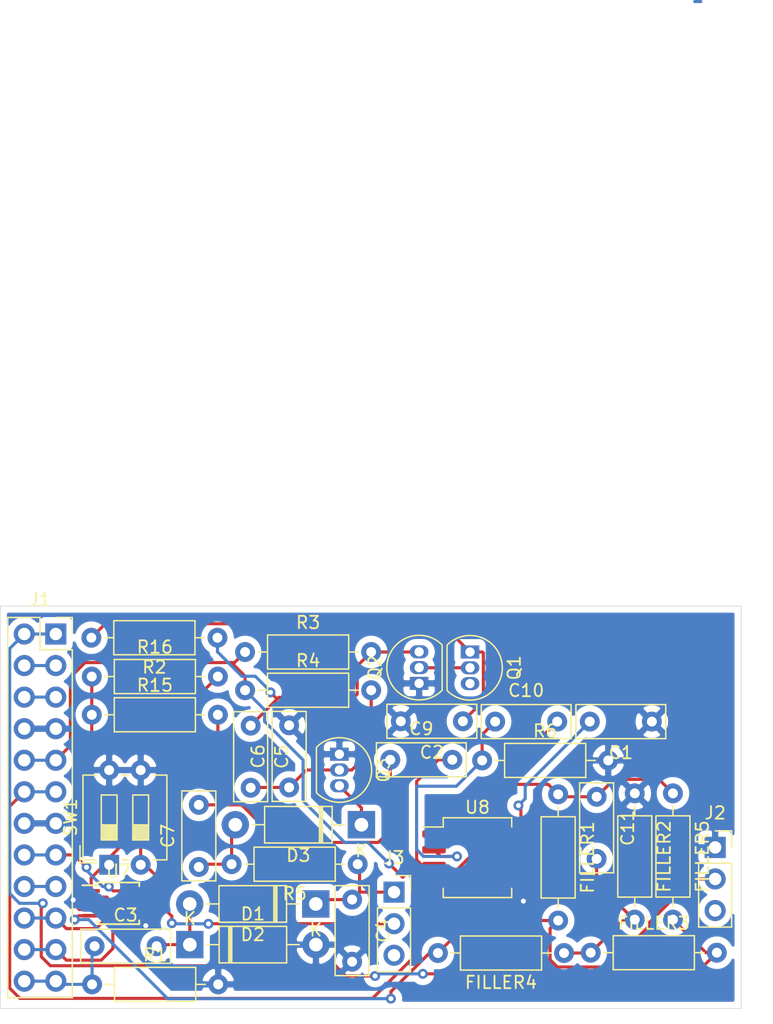
<source format=kicad_pcb>
(kicad_pcb (version 20211014) (generator pcbnew)
  (layers (0 "F.Cu" signal) (31 "B.Cu" signal) (34 "B.Paste" user) (35 "F.Paste" user) (36 "B.SilkS" user "B.Silkscreen") (37 "F.SilkS" user "F.Silkscreen") (38 "B.Mask" user) (39 "F.Mask" user) (44 "Edge.Cuts" user))
  (net 0 "")
  (net 1 "+12V")
  (net 2 "GND")
  (net 3 "Net-(C2-Pad1)")
  (net 4 "Net-(C3-Pad2)")
  (net 5 "TRIG")
  (net 6 "Net-(C4-Pad1)")
  (net 7 "Net-(C5-Pad2)")
  (net 8 "Net-(C5-Pad1)")
  (net 9 "DRUM_OUT")
  (net 10 "Net-(C7-Pad1)")
  (net 11 "Net-(C9-Pad2)")
  (net 12 "Net-(C10-Pad2)")
  (net 13 "Net-(C10-Pad1)")
  (net 14 "Net-(C11-Pad2)")
  (net 15 "Net-(D3-Pad1)")
  (net 16 "A_OUT_L")
  (net 17 "SCL")
  (net 18 "SDA")
  (net 19 "DET")
  (net 20 "5V")
  (net 21 "-12V")
  (net 22 "A_IN")
  (net 23 "A_OUT_R")
  (net 24 "DELAY_DIGI")
  (net 25 "Net-(Q1-Pad2)")
  (net 26 "A0")
  (net 27 "A1")
  (net 28 "Net-(U8-Pad6)")
  (net 29 "BUFFER_POT")
  (footprint "Capacitor_THT:C_Disc_D7.0mm_W2.5mm_P5.00mm" (layer "F.Cu") (at 168.7 72.8 180)
    (fp_text reference "C1" (at 2.5 -2.5) (layer "F.SilkS"))
    (fp_text value "1m")
    (pad "1" thru_hole circle locked (at 0 0 180) (size 1.6 1.6) (drill 0.8) (layers *.Cu *.Mask) (net 2 "GND"))
    (pad "2" thru_hole circle locked (at 5 0 180) (size 1.6 1.6) (drill 0.8) (layers *.Cu *.Mask) (net 1 "+12V"))
  )
  (footprint "Capacitor_THT:C_Disc_D7.0mm_W2.5mm_P5.00mm" (layer "F.Cu") (at 153.475 72.775 180)
    (fp_text reference "C2" (at 2.5 -2.5) (layer "F.SilkS"))
    (fp_text value "100n")
    (pad "1" thru_hole circle locked (at 0 0 180) (size 1.6 1.6) (drill 0.8) (layers *.Cu *.Mask) (net 3 "Net-(C2-Pad1)"))
    (pad "2" thru_hole circle locked (at 5 0 180) (size 1.6 1.6) (drill 0.8) (layers *.Cu *.Mask) (net 2 "GND"))
  )
  (footprint "Capacitor_THT:C_Disc_D7.0mm_W2.5mm_P5.00mm" (layer "F.Cu") (at 123.8 90.875)
    (fp_text reference "C3" (at 2.5 -2.5) (layer "F.SilkS"))
    (fp_text value "10u")
    (pad "1" thru_hole circle locked (at 0 0) (size 1.6 1.6) (drill 0.8) (layers *.Cu *.Mask) (net 5 "TRIG"))
    (pad "2" thru_hole circle locked (at 5 0) (size 1.6 1.6) (drill 0.8) (layers *.Cu *.Mask) (net 4 "Net-(C3-Pad2)"))
  )
  (footprint "Capacitor_THT:C_Disc_D7.0mm_W2.5mm_P5.00mm" (layer "F.Cu") (at 144.55 87.125 -90)
    (fp_text reference "C4" (at 2.5 -2.5 90) (layer "F.SilkS"))
    (fp_text value "10u")
    (pad "1" thru_hole circle locked (at 0 0 270) (size 1.6 1.6) (drill 0.8) (layers *.Cu *.Mask) (net 6 "Net-(C4-Pad1)"))
    (pad "2" thru_hole circle locked (at 5 0 270) (size 1.6 1.6) (drill 0.8) (layers *.Cu *.Mask) (net 2 "GND"))
  )
  (footprint "Capacitor_THT:C_Disc_D7.0mm_W2.5mm_P5.00mm" (layer "F.Cu") (at 139.475 78.1 90)
    (fp_text reference "C6" (at 2.5 -2.5 90) (layer "F.SilkS"))
    (fp_text value "100n")
    (pad "1" thru_hole circle locked (at 0 0 90) (size 1.6 1.6) (drill 0.8) (layers *.Cu *.Mask) (net 7 "Net-(C5-Pad2)"))
    (pad "2" thru_hole circle locked (at 5 0 90) (size 1.6 1.6) (drill 0.8) (layers *.Cu *.Mask) (net 2 "GND"))
  )
  (footprint "Capacitor_THT:C_Disc_D7.0mm_W2.5mm_P5.00mm" (layer "F.Cu") (at 132.2 84.5 90)
    (fp_text reference "C7" (at 2.5 -2.5 90) (layer "F.SilkS"))
    (fp_text value "5n")
    (pad "1" thru_hole circle locked (at 0 0 90) (size 1.6 1.6) (drill 0.8) (layers *.Cu *.Mask) (net 10 "Net-(C7-Pad1)"))
    (pad "2" thru_hole circle locked (at 5 0 90) (size 1.6 1.6) (drill 0.8) (layers *.Cu *.Mask) (net 9 "DRUM_OUT"))
  )
  (footprint "Capacitor_THT:C_Disc_D7.0mm_W2.5mm_P5.00mm" (layer "F.Cu") (at 147.625 75.875)
    (fp_text reference "C9" (at 2.5 -2.5) (layer "F.SilkS"))
    (fp_text value "100n")
    (pad "1" thru_hole circle locked (at 0 0) (size 1.6 1.6) (drill 0.8) (layers *.Cu *.Mask) (net 9 "DRUM_OUT"))
    (pad "2" thru_hole circle locked (at 5 0) (size 1.6 1.6) (drill 0.8) (layers *.Cu *.Mask) (net 11 "Net-(C9-Pad2)"))
  )
  (footprint "Capacitor_THT:C_Disc_D7.0mm_W2.5mm_P5.00mm" (layer "F.Cu") (at 156.075 72.8)
    (fp_text reference "C10" (at 2.5 -2.5) (layer "F.SilkS"))
    (fp_text value "100n")
    (pad "1" thru_hole circle locked (at 0 0) (size 1.6 1.6) (drill 0.8) (layers *.Cu *.Mask) (net 13 "Net-(C10-Pad1)"))
    (pad "2" thru_hole circle locked (at 5 0) (size 1.6 1.6) (drill 0.8) (layers *.Cu *.Mask) (net 12 "Net-(C10-Pad2)"))
  )
  (footprint "Capacitor_THT:C_Disc_D7.0mm_W2.5mm_P5.00mm" (layer "F.Cu") (at 164.25 78.85 -90)
    (fp_text reference "C11" (at 2.5 -2.5 90) (layer "F.SilkS"))
    (fp_text value "1u")
    (pad "1" thru_hole circle locked (at 0 0 270) (size 1.6 1.6) (drill 0.8) (layers *.Cu *.Mask) (net 12 "Net-(C10-Pad2)"))
    (pad "2" thru_hole circle locked (at 5 0 270) (size 1.6 1.6) (drill 0.8) (layers *.Cu *.Mask) (net 14 "Net-(C11-Pad2)"))
  )
  (footprint "Diode_THT:D_DO-41_SOD81_P10.16mm_Horizontal" (layer "F.Cu") (at 131.475 90.75)
    (fp_text reference "D1" (at 5.08 -2.47) (layer "F.SilkS"))
    (fp_text value "1N4001")
    (fp_text user "K" (at 0 -2.1) (layer "F.SilkS"))
    (pad "1" thru_hole rect locked (at 0 0) (size 2.2 2.2) (drill 1.1) (layers *.Cu *.Mask) (net 4 "Net-(C3-Pad2)"))
    (pad "2" thru_hole oval locked (at 10.16 0) (size 2.2 2.2) (drill 1.1) (layers *.Cu *.Mask) (net 2 "GND"))
  )
  (footprint "Diode_THT:D_DO-41_SOD81_P10.16mm_Horizontal" (layer "F.Cu") (at 141.625 87.475 180)
    (fp_text reference "D2" (at 5.08 -2.47) (layer "F.SilkS"))
    (fp_text value "1N4001")
    (fp_text user "K" (at 0 -2.1) (layer "F.SilkS"))
    (pad "1" thru_hole rect locked (at 0 0 180) (size 2.2 2.2) (drill 1.1) (layers *.Cu *.Mask) (net 6 "Net-(C4-Pad1)"))
    (pad "2" thru_hole oval locked (at 10.16 0 180) (size 2.2 2.2) (drill 1.1) (layers *.Cu *.Mask) (net 4 "Net-(C3-Pad2)"))
  )
  (footprint "Diode_THT:D_DO-41_SOD81_P10.16mm_Horizontal" (layer "F.Cu") (at 145.3 81.1 180)
    (fp_text reference "D3" (at 5.08 -2.47) (layer "F.SilkS"))
    (fp_text value "1N4001")
    (fp_text user "K" (at 0 -2.1) (layer "F.SilkS"))
    (pad "1" thru_hole rect locked (at 0 0 180) (size 2.2 2.2) (drill 1.1) (layers *.Cu *.Mask) (net 15 "Net-(D3-Pad1)"))
    (pad "2" thru_hole oval locked (at 10.16 0 180) (size 2.2 2.2) (drill 1.1) (layers *.Cu *.Mask) (net 10 "Net-(C7-Pad1)"))
  )
  (footprint "Resistor_THT:R_Axial_DIN0207_L6.3mm_D2.5mm_P10.16mm_Horizontal" (layer "F.Cu") (at 161.15 78.65 -90)
    (fp_text reference "FILLER1" (at 5.08 -2.37 90) (layer "F.SilkS"))
    (fp_text value "1k")
    (pad "1" thru_hole circle locked (at 0 0 270) (size 1.6 1.6) (drill 0.8) (layers *.Cu *.Mask) (net 12 "Net-(C10-Pad2)"))
    (pad "2" thru_hole oval locked (at 10.16 0 270) (size 1.6 1.6) (drill 0.8) (layers *.Cu *.Mask) (net 29 "BUFFER_POT"))
  )
  (footprint "Resistor_THT:R_Axial_DIN0207_L6.3mm_D2.5mm_P10.16mm_Horizontal" (layer "F.Cu") (at 167.325 78.575 -90)
    (fp_text reference "FILLER2" (at 5.08 -2.37 90) (layer "F.SilkS"))
    (fp_text value "1k")
    (pad "1" thru_hole circle locked (at 0 0 270) (size 1.6 1.6) (drill 0.8) (layers *.Cu *.Mask) (net 2 "GND"))
    (pad "2" thru_hole oval locked (at 10.16 0 270) (size 1.6 1.6) (drill 0.8) (layers *.Cu *.Mask) (net 14 "Net-(C11-Pad2)"))
  )
  (footprint "Resistor_THT:R_Axial_DIN0207_L6.3mm_D2.5mm_P10.16mm_Horizontal" (layer "F.Cu") (at 161.625 91.425 180)
    (fp_text reference "FILLER4" (at 5.08 -2.37) (layer "F.SilkS"))
    (fp_text value "1k")
    (pad "1" thru_hole circle locked (at 0 0 180) (size 1.6 1.6) (drill 0.8) (layers *.Cu *.Mask) (net 14 "Net-(C11-Pad2)"))
    (pad "2" thru_hole oval locked (at 10.16 0 180) (size 1.6 1.6) (drill 0.8) (layers *.Cu *.Mask) (net 29 "BUFFER_POT"))
  )
  (footprint "Connector_PinSocket_2.54mm:PinSocket_2x12_P2.54mm_Vertical" (layer "F.Cu") (at 120.675 65.75)
    (fp_text reference "J1" (at -1.27 -2.77) (layer "F.SilkS"))
    (fp_text value "Conn_02x12_Odd_Even")
    (pad "1" thru_hole rect locked (at 0 0) (size 1.7 1.7) (drill 1) (layers *.Cu *.Mask) (net 16 "A_OUT_L"))
    (pad "2" thru_hole oval locked (at -2.54 0) (size 1.7 1.7) (drill 1) (layers *.Cu *.Mask) (net 16 "A_OUT_L"))
    (pad "3" thru_hole oval locked (at 0 2.54) (size 1.7 1.7) (drill 1) (layers *.Cu *.Mask) (net 23 "A_OUT_R"))
    (pad "4" thru_hole oval locked (at -2.54 2.54) (size 1.7 1.7) (drill 1) (layers *.Cu *.Mask) (net 23 "A_OUT_R"))
    (pad "5" thru_hole oval locked (at 0 5.08) (size 1.7 1.7) (drill 1) (layers *.Cu *.Mask) (net 22 "A_IN"))
    (pad "6" thru_hole oval locked (at -2.54 5.08) (size 1.7 1.7) (drill 1) (layers *.Cu *.Mask) (net 22 "A_IN"))
    (pad "7" thru_hole oval locked (at 0 7.62) (size 1.7 1.7) (drill 1) (layers *.Cu *.Mask) (net 2 "GND"))
    (pad "8" thru_hole oval locked (at -2.54 7.62) (size 1.7 1.7) (drill 1) (layers *.Cu *.Mask) (net 2 "GND"))
    (pad "9" thru_hole oval locked (at 0 10.16) (size 1.7 1.7) (drill 1) (layers *.Cu *.Mask) (net 1 "+12V"))
    (pad "10" thru_hole oval locked (at -2.54 10.16) (size 1.7 1.7) (drill 1) (layers *.Cu *.Mask) (net 1 "+12V"))
    (pad "11" thru_hole oval locked (at 0 12.7) (size 1.7 1.7) (drill 1) (layers *.Cu *.Mask) (net 21 "-12V"))
    (pad "12" thru_hole oval locked (at -2.54 12.7) (size 1.7 1.7) (drill 1) (layers *.Cu *.Mask) (net 21 "-12V"))
    (pad "13" thru_hole oval locked (at 0 15.24) (size 1.7 1.7) (drill 1) (layers *.Cu *.Mask) (net 2 "GND"))
    (pad "14" thru_hole oval locked (at -2.54 15.24) (size 1.7 1.7) (drill 1) (layers *.Cu *.Mask) (net 2 "GND"))
    (pad "15" thru_hole oval locked (at 0 17.78) (size 1.7 1.7) (drill 1) (layers *.Cu *.Mask) (net 20 "5V"))
    (pad "16" thru_hole oval locked (at -2.54 17.78) (size 1.7 1.7) (drill 1) (layers *.Cu *.Mask) (net 20 "5V"))
    (pad "17" thru_hole oval locked (at 0 20.32) (size 1.7 1.7) (drill 1) (layers *.Cu *.Mask) (net 19 "DET"))
    (pad "18" thru_hole oval locked (at -2.54 20.32) (size 1.7 1.7) (drill 1) (layers *.Cu *.Mask) (net 19 "DET"))
    (pad "19" thru_hole oval locked (at 0 22.86) (size 1.7 1.7) (drill 1) (layers *.Cu *.Mask) (net 18 "SDA"))
    (pad "20" thru_hole oval locked (at -2.54 22.86) (size 1.7 1.7) (drill 1) (layers *.Cu *.Mask) (net 18 "SDA"))
    (pad "21" thru_hole oval locked (at 0 25.4) (size 1.7 1.7) (drill 1) (layers *.Cu *.Mask) (net 17 "SCL"))
    (pad "22" thru_hole oval locked (at -2.54 25.4) (size 1.7 1.7) (drill 1) (layers *.Cu *.Mask) (net 17 "SCL"))
    (pad "23" thru_hole oval locked (at 0 27.94) (size 1.7 1.7) (drill 1) (layers *.Cu *.Mask) (net 5 "TRIG"))
    (pad "24" thru_hole oval locked (at -2.54 27.94) (size 1.7 1.7) (drill 1) (layers *.Cu *.Mask) (net 5 "TRIG"))
  )
  (footprint "Connector_PinSocket_2.54mm:PinSocket_1x03_P2.54mm_Vertical" (layer "F.Cu") (at 173.8 82.925)
    (fp_text reference "J2" (at 0 -2.77) (layer "F.SilkS"))
    (fp_text value "Conn_01x03")
    (pad "1" thru_hole rect locked (at 0 0) (size 1.7 1.7) (drill 1) (layers *.Cu *.Mask) (net 2 "GND"))
    (pad "2" thru_hole oval locked (at 0 2.54) (size 1.7 1.7) (drill 1) (layers *.Cu *.Mask) (net 29 "BUFFER_POT"))
    (pad "3" thru_hole oval locked (at 0 5.08) (size 1.7 1.7) (drill 1) (layers *.Cu *.Mask))
  )
  (footprint "Connector_PinSocket_2.54mm:PinSocket_1x03_P2.54mm_Vertical" (layer "F.Cu") (at 147.925 86.525)
    (fp_text reference "J3" (at 0 -2.77) (layer "F.SilkS"))
    (fp_text value "Conn_01x03")
    (pad "1" thru_hole rect locked (at 0 0) (size 1.7 1.7) (drill 1) (layers *.Cu *.Mask) (net 6 "Net-(C4-Pad1)"))
    (pad "2" thru_hole oval locked (at 0 2.54) (size 1.7 1.7) (drill 1) (layers *.Cu *.Mask) (net 24 "DELAY_DIGI"))
    (pad "3" thru_hole oval locked (at 0 5.08) (size 1.7 1.7) (drill 1) (layers *.Cu *.Mask))
  )
  (footprint "Package_TO_SOT_THT:TO-92_Inline" (layer "F.Cu") (at 154.05 67.2 -90)
    (fp_text reference "Q1" (at 1.27 -3.56 90) (layer "F.SilkS"))
    (fp_text value "2N3904")
    (pad "1" thru_hole rect locked (at 0 0 270) (size 1.05 1.5) (drill 0.75) (layers *.Cu *.Mask) (net 3 "Net-(C2-Pad1)"))
    (pad "2" thru_hole oval locked (at 1.27 0 270) (size 1.05 1.5) (drill 0.75) (layers *.Cu *.Mask) (net 25 "Net-(Q1-Pad2)"))
    (pad "3" thru_hole oval locked (at 2.54 0 270) (size 1.05 1.5) (drill 0.75) (layers *.Cu *.Mask))
  )
  (footprint "Package_TO_SOT_THT:TO-92_Inline" (layer "F.Cu") (at 149.95 69.725 90)
    (fp_text reference "Q2" (at 1.27 -3.56 90) (layer "F.SilkS"))
    (fp_text value "2N3904")
    (pad "1" thru_hole rect locked (at 0 0 90) (size 1.05 1.5) (drill 0.75) (layers *.Cu *.Mask) (net 2 "GND"))
    (pad "2" thru_hole oval locked (at 1.27 0 90) (size 1.05 1.5) (drill 0.75) (layers *.Cu *.Mask) (net 25 "Net-(Q1-Pad2)"))
    (pad "3" thru_hole oval locked (at 2.54 0 90) (size 1.05 1.5) (drill 0.75) (layers *.Cu *.Mask) (net 8 "Net-(C5-Pad1)"))
  )
  (footprint "Package_TO_SOT_THT:TO-92_Inline" (layer "F.Cu") (at 143.525 75.425 -90)
    (fp_text reference "Q3" (at 1.27 -3.56 90) (layer "F.SilkS"))
    (fp_text value "2N3904")
    (pad "1" thru_hole rect locked (at 0 0 270) (size 1.05 1.5) (drill 0.75) (layers *.Cu *.Mask) (net 2 "GND"))
    (pad "2" thru_hole oval locked (at 1.27 0 270) (size 1.05 1.5) (drill 0.75) (layers *.Cu *.Mask) (net 7 "Net-(C5-Pad2)"))
    (pad "3" thru_hole oval locked (at 2.54 0 270) (size 1.05 1.5) (drill 0.75) (layers *.Cu *.Mask) (net 15 "Net-(D3-Pad1)"))
  )
  (footprint "Resistor_THT:R_Axial_DIN0207_L6.3mm_D2.5mm_P10.16mm_Horizontal" (layer "F.Cu") (at 123.6 93.95)
    (fp_text reference "R1" (at 5.08 -2.37) (layer "F.SilkS"))
    (fp_text value "4.7k")
    (pad "1" thru_hole circle locked (at 0 0) (size 1.6 1.6) (drill 0.8) (layers *.Cu *.Mask) (net 5 "TRIG"))
    (pad "2" thru_hole oval locked (at 10.16 0) (size 1.6 1.6) (drill 0.8) (layers *.Cu *.Mask) (net 2 "GND"))
  )
  (footprint "Resistor_THT:R_Axial_DIN0207_L6.3mm_D2.5mm_P10.16mm_Horizontal" (layer "F.Cu") (at 133.7 66.05 180)
    (fp_text reference "R2" (at 5.08 -2.37) (layer "F.SilkS"))
    (fp_text value "47k")
    (pad "1" thru_hole circle locked (at 0 0 180) (size 1.6 1.6) (drill 0.8) (layers *.Cu *.Mask) (net 8 "Net-(C5-Pad1)"))
    (pad "2" thru_hole oval locked (at 10.16 0 180) (size 1.6 1.6) (drill 0.8) (layers *.Cu *.Mask) (net 3 "Net-(C2-Pad1)"))
  )
  (footprint "Resistor_THT:R_Axial_DIN0207_L6.3mm_D2.5mm_P10.16mm_Horizontal" (layer "F.Cu") (at 135.925 67.2)
    (fp_text reference "R3" (at 5.08 -2.37) (layer "F.SilkS"))
    (fp_text value "4.7k")
    (pad "1" thru_hole circle locked (at 0 0) (size 1.6 1.6) (drill 0.8) (layers *.Cu *.Mask) (net 1 "+12V"))
    (pad "2" thru_hole oval locked (at 10.16 0) (size 1.6 1.6) (drill 0.8) (layers *.Cu *.Mask) (net 8 "Net-(C5-Pad1)"))
  )
  (footprint "Resistor_THT:R_Axial_DIN0207_L6.3mm_D2.5mm_P10.16mm_Horizontal" (layer "F.Cu") (at 135.925 70.275)
    (fp_text reference "R4" (at 5.08 -2.37) (layer "F.SilkS"))
    (fp_text value "1M")
    (pad "1" thru_hole circle locked (at 0 0) (size 1.6 1.6) (drill 0.8) (layers *.Cu *.Mask) (net 1 "+12V"))
    (pad "2" thru_hole oval locked (at 10.16 0) (size 1.6 1.6) (drill 0.8) (layers *.Cu *.Mask) (net 7 "Net-(C5-Pad2)"))
  )
  (footprint "Resistor_THT:R_Axial_DIN0207_L6.3mm_D2.5mm_P10.16mm_Horizontal" (layer "F.Cu") (at 145 84.275 180)
    (fp_text reference "R5" (at 5.08 -2.37) (layer "F.SilkS"))
    (fp_text value "4.7k")
    (pad "1" thru_hole circle locked (at 0 0 180) (size 1.6 1.6) (drill 0.8) (layers *.Cu *.Mask) (net 6 "Net-(C4-Pad1)"))
    (pad "2" thru_hole oval locked (at 10.16 0 180) (size 1.6 1.6) (drill 0.8) (layers *.Cu *.Mask) (net 10 "Net-(C7-Pad1)"))
  )
  (footprint "Resistor_THT:R_Axial_DIN0207_L6.3mm_D2.5mm_P10.16mm_Horizontal" (layer "F.Cu") (at 155.025 75.925)
    (fp_text reference "R6" (at 5.08 -2.37) (layer "F.SilkS"))
    (fp_text value "1M")
    (pad "1" thru_hole circle locked (at 0 0) (size 1.6 1.6) (drill 0.8) (layers *.Cu *.Mask) (net 13 "Net-(C10-Pad1)"))
    (pad "2" thru_hole oval locked (at 10.16 0) (size 1.6 1.6) (drill 0.8) (layers *.Cu *.Mask) (net 2 "GND"))
  )
  (footprint "Package_SO:MSOP-10_3x3mm_P0.5mm" (layer "F.Cu") (at 125.725 87.425)
    (fp_text reference "U7" (at 0 -2.6) (layer "F.SilkS"))
    (fp_text value "MCP46x2")
    (pad "1" smd rect locked (at -2.2 -1) (size 1.4 0.3) (layers "F.Cu" "F.Paste" "F.Mask") (net 26 "A0"))
    (pad "2" smd rect locked (at -2.2 -0.5) (size 1.4 0.3) (layers "F.Cu" "F.Paste" "F.Mask") (net 17 "SCL"))
    (pad "3" smd rect locked (at -2.2 0) (size 1.4 0.3) (layers "F.Cu" "F.Paste" "F.Mask") (net 18 "SDA"))
    (pad "4" smd rect locked (at -2.2 0.5) (size 1.4 0.3) (layers "F.Cu" "F.Paste" "F.Mask") (net 2 "GND"))
    (pad "5" smd rect locked (at -2.2 1) (size 1.4 0.3) (layers "F.Cu" "F.Paste" "F.Mask") (net 29 "BUFFER_POT"))
    (pad "6" smd rect locked (at 2.2 1) (size 1.4 0.3) (layers "F.Cu" "F.Paste" "F.Mask") (net 2 "GND"))
    (pad "7" smd rect locked (at 2.2 0.5) (size 1.4 0.3) (layers "F.Cu" "F.Paste" "F.Mask") (net 2 "GND"))
    (pad "8" smd rect locked (at 2.2 0) (size 1.4 0.3) (layers "F.Cu" "F.Paste" "F.Mask") (net 24 "DELAY_DIGI"))
    (pad "9" smd rect locked (at 2.2 -0.5) (size 1.4 0.3) (layers "F.Cu" "F.Paste" "F.Mask") (net 27 "A1"))
    (pad "10" smd rect locked (at 2.2 -1) (size 1.4 0.3) (layers "F.Cu" "F.Paste" "F.Mask") (net 20 "5V"))
  )
  (footprint "Button_Switch_THT:SW_DIP_SPSTx02_Slide_6.7x6.64mm_W7.62mm_P2.54mm_LowProfile" (layer "F.Cu") (at 124.975 84.325 90)
    (fp_text reference "SW1" (at 3.81 -3.11 90) (layer "F.SilkS"))
    (fp_text value "SW_DIP_x02")
    (pad "1" thru_hole rect locked (at 0 0 90) (size 1.6 1.6) (drill 0.8) (layers *.Cu *.Mask) (net 26 "A0"))
    (pad "2" thru_hole oval locked (at 0 2.54 90) (size 1.6 1.6) (drill 0.8) (layers *.Cu *.Mask) (net 27 "A1"))
    (pad "3" thru_hole oval locked (at 7.62 2.54 90) (size 1.6 1.6) (drill 0.8) (layers *.Cu *.Mask) (net 2 "GND"))
    (pad "4" thru_hole oval locked (at 7.62 0 90) (size 1.6 1.6) (drill 0.8) (layers *.Cu *.Mask) (net 2 "GND"))
  )
  (footprint "Resistor_THT:R_Axial_DIN0207_L6.3mm_D2.5mm_P10.16mm_Horizontal" (layer "F.Cu") (at 123.575 72.25)
    (fp_text reference "R15" (at 5.08 -2.37) (layer "F.SilkS"))
    (fp_text value "10k")
    (pad "1" thru_hole circle locked (at 0 0) (size 1.6 1.6) (drill 0.8) (layers *.Cu *.Mask) (net 20 "5V"))
    (pad "2" thru_hole oval locked (at 10.16 0) (size 1.6 1.6) (drill 0.8) (layers *.Cu *.Mask) (net 27 "A1"))
  )
  (footprint "Resistor_THT:R_Axial_DIN0207_L6.3mm_D2.5mm_P10.16mm_Horizontal" (layer "F.Cu") (at 123.575 69.175)
    (fp_text reference "R16" (at 5.08 -2.37) (layer "F.SilkS"))
    (fp_text value "10k")
    (pad "1" thru_hole circle locked (at 0 0) (size 1.6 1.6) (drill 0.8) (layers *.Cu *.Mask) (net 20 "5V"))
    (pad "2" thru_hole oval locked (at 10.16 0) (size 1.6 1.6) (drill 0.8) (layers *.Cu *.Mask) (net 26 "A0"))
  )
  (footprint "Capacitor_THT:C_Disc_D7.0mm_W2.5mm_P5.00mm" (layer "F.Cu") (at 136.375 73.125 -90)
    (fp_text reference "C5" (at 2.5 -2.5 90) (layer "F.SilkS"))
    (fp_text value "100n")
    (pad "1" thru_hole circle locked (at 0 0 270) (size 1.6 1.6) (drill 0.8) (layers *.Cu *.Mask) (net 8 "Net-(C5-Pad1)"))
    (pad "2" thru_hole circle locked (at 5 0 270) (size 1.6 1.6) (drill 0.8) (layers *.Cu *.Mask) (net 7 "Net-(C5-Pad2)"))
  )
  (footprint "Resistor_THT:R_Axial_DIN0207_L6.3mm_D2.5mm_P10.16mm_Horizontal" (layer "F.Cu") (at 170.4 78.575 -90)
    (fp_text reference "FILLER5" (at 5.08 -2.37 90) (layer "F.SilkS"))
    (fp_text value "1k")
    (pad "1" thru_hole circle locked (at 0 0 270) (size 1.6 1.6) (drill 0.8) (layers *.Cu *.Mask) (net 12 "Net-(C10-Pad2)"))
    (pad "2" thru_hole oval locked (at 10.16 0 270) (size 1.6 1.6) (drill 0.8) (layers *.Cu *.Mask) (net 16 "A_OUT_L"))
  )
  (footprint "Resistor_THT:R_Axial_DIN0207_L6.3mm_D2.5mm_P10.16mm_Horizontal" (layer "F.Cu") (at 163.775 91.4)
    (fp_text reference "FILLER3" (at 5.08 -2.37) (layer "F.SilkS"))
    (fp_text value "1k")
    (pad "1" thru_hole circle locked (at 0 0) (size 1.6 1.6) (drill 0.8) (layers *.Cu *.Mask) (net 14 "Net-(C11-Pad2)"))
    (pad "2" thru_hole oval locked (at 10.16 0) (size 1.6 1.6) (drill 0.8) (layers *.Cu *.Mask) (net 16 "A_OUT_L"))
  )
  (footprint "Package_SO:SO-8_5.3x6.2mm_P1.27mm" (layer "F.Cu") (at 154.65 83.75)
    (fp_text reference "U8" (at 0 -4.05) (layer "F.SilkS"))
    (fp_text value "TL072")
    (pad "1" smd roundrect locked (at -3.5 -1.905) (size 1.9 0.6) (layers "F.Cu" "F.Paste" "F.Mask") (net 12 "Net-(C10-Pad2)"))
    (pad "2" smd roundrect locked (at -3.5 -0.635) (size 1.9 0.6) (layers "F.Cu" "F.Paste" "F.Mask") (net 13 "Net-(C10-Pad1)"))
    (pad "3" smd roundrect locked (at -3.5 0.635) (size 1.9 0.6) (layers "F.Cu" "F.Paste" "F.Mask") (net 11 "Net-(C9-Pad2)"))
    (pad "4" smd roundrect locked (at -3.5 1.905) (size 1.9 0.6) (layers "F.Cu" "F.Paste" "F.Mask") (net 21 "-12V"))
    (pad "5" smd roundrect locked (at 3.5 1.905) (size 1.9 0.6) (layers "F.Cu" "F.Paste" "F.Mask") (net 2 "GND"))
    (pad "6" smd roundrect locked (at 3.5 0.635) (size 1.9 0.6) (layers "F.Cu" "F.Paste" "F.Mask") (net 28 "Net-(U8-Pad6)"))
    (pad "7" smd roundrect locked (at 3.5 -0.635) (size 1.9 0.6) (layers "F.Cu" "F.Paste" "F.Mask") (net 28 "Net-(U8-Pad6)"))
    (pad "8" smd roundrect locked (at 3.5 -1.905) (size 1.9 0.6) (layers "F.Cu" "F.Paste" "F.Mask") (net 1 "+12V"))
  )
  (gr_line (start 175.895 63.5) (end 116.205 63.5) (layer "Edge.Cuts") (width 0.05))
  (gr_line (start 175.895 64.135) (end 175.895 63.5) (layer "Edge.Cuts") (width 0.05))
  (gr_line (start 116.205 63.5) (end 116.205 95.885) (layer "Edge.Cuts") (width 0.05))
  (gr_line (start 175.895 95.885) (end 175.895 64.135) (layer "Edge.Cuts") (width 0.05))
  (gr_line (start 116.205 95.885) (end 175.895 95.885) (layer "Edge.Cuts") (width 0.05))
  (segment (start 172.65 14.85) (end 172.15 14.85) (width 0.25) (layer "B.Cu") (net 0))
  (segment (start 155.878002 81.845) (end 152.693012 85.02999) (width 0.25) (layer "F.Cu") (net 1))
  (segment (start 134.831369 68.049999) (end 123.034999 68.049999) (width 0.25) (layer "F.Cu") (net 1))
  (segment (start 148.630001 85.330001) (end 147.525 84.225) (width 0.25) (layer "F.Cu") (net 1))
  (segment (start 158.15 81.845) (end 155.878002 81.845) (width 0.25) (layer "F.Cu") (net 1))
  (segment (start 158.15 81.845) (end 158.15 79.75) (width 0.25) (layer "F.Cu") (net 1))
  (segment (start 121.850001 69.234997) (end 121.850001 74.734999) (width 0.25) (layer "F.Cu") (net 1))
  (segment (start 121.850001 74.734999) (end 120.675 75.91) (width 0.25) (layer "F.Cu") (net 1))
  (segment (start 135.925 70.275) (end 135.925 69.14363) (width 0.25) (layer "F.Cu") (net 1))
  (segment (start 135.075001 68.049999) (end 135.925 67.2) (width 0.25) (layer "F.Cu") (net 1))
  (segment (start 134.831369 68.049999) (end 135.075001 68.049999) (width 0.25) (layer "F.Cu") (net 1))
  (segment (start 152.693012 85.02999) (end 148.930012 85.02999) (width 0.25) (layer "F.Cu") (net 1))
  (segment (start 158.15 79.75) (end 157.95 79.55) (width 0.25) (layer "F.Cu") (net 1))
  (segment (start 148.930012 85.02999) (end 148.630001 85.330001) (width 0.25) (layer "F.Cu") (net 1))
  (segment (start 123.034999 68.049999) (end 121.850001 69.234997) (width 0.25) (layer "F.Cu") (net 1))
  (segment (start 135.925 69.14363) (end 134.831369 68.049999) (width 0.25) (layer "F.Cu") (net 1))
  (via (at 147.525 84.225) (size 0.8) (drill 0.4) (layers "F.Cu" "B.Cu") (net 1))
  (via (at 157.95 79.55) (size 0.8) (drill 0.4) (layers "F.Cu" "B.Cu") (net 1))
  (segment (start 137.500001 71.850001) (end 135.925 70.275) (width 0.25) (layer "B.Cu") (net 1))
  (segment (start 137.500001 72.790003) (end 137.500001 71.850001) (width 0.25) (layer "B.Cu") (net 1))
  (segment (start 143.939999 82.525001) (end 140.600001 79.185003) (width 0.25) (layer "B.Cu") (net 1))
  (segment (start 158.495 79.005) (end 158.495 78.005) (width 0.25) (layer "B.Cu") (net 1))
  (segment (start 118.135 75.91) (end 120.675 75.91) (width 0.25) (layer "B.Cu") (net 1))
  (segment (start 163.7 72.8) (end 158.495 78.005) (width 0.25) (layer "B.Cu") (net 1))
  (segment (start 140.600001 79.185003) (end 140.600001 75.890003) (width 0.25) (layer "B.Cu") (net 1))
  (segment (start 140.600001 75.890003) (end 137.500001 72.790003) (width 0.25) (layer "B.Cu") (net 1))
  (segment (start 157.95 79.55) (end 158.495 79.005) (width 0.25) (layer "B.Cu") (net 1))
  (segment (start 147.525 84.225) (end 145.825001 82.525001) (width 0.25) (layer "B.Cu") (net 1))
  (segment (start 145.825001 82.525001) (end 143.939999 82.525001) (width 0.25) (layer "B.Cu") (net 1))
  (segment (start 127.925 88.425) (end 127.925 87.925) (width 0.25) (layer "F.Cu") (net 2))
  (segment (start 122.575 87.925) (end 122.075 87.425) (width 0.25) (layer "F.Cu") (net 2))
  (segment (start 122.075 87.425) (end 122.075 87.15) (width 0.25) (layer "F.Cu") (net 2))
  (segment (start 158.15 87.05) (end 158.35 87.25) (width 0.25) (layer "F.Cu") (net 2))
  (segment (start 158.15 85.655) (end 158.15 87.05) (width 0.25) (layer "F.Cu") (net 2))
  (segment (start 123.525 87.925) (end 122.575 87.925) (width 0.25) (layer "F.Cu") (net 2))
  (segment (start 127.925 88.425) (end 127.925 89.225) (width 0.25) (layer "F.Cu") (net 2))
  (via (at 158.35 87.25) (size 0.8) (drill 0.4) (layers "F.Cu" "B.Cu") (net 2))
  (via (at 122.075 87.15) (size 0.8) (drill 0.4) (layers "F.Cu" "B.Cu") (net 2))
  (via (at 127.925 89.225) (size 0.8) (drill 0.4) (layers "F.Cu" "B.Cu") (net 2))
  (segment (start 153.475 72.775) (end 155.12501 71.12499) (width 0.25) (layer "F.Cu") (net 3))
  (segment (start 151.774999 64.924999) (end 124.665001 64.924999) (width 0.25) (layer "F.Cu") (net 3))
  (segment (start 155.12501 67.27501) (end 155.05 67.2) (width 0.25) (layer "F.Cu") (net 3))
  (segment (start 124.665001 64.924999) (end 123.54 66.05) (width 0.25) (layer "F.Cu") (net 3))
  (segment (start 155.05 67.2) (end 154.05 67.2) (width 0.25) (layer "F.Cu") (net 3))
  (segment (start 154.05 67.2) (end 151.774999 64.924999) (width 0.25) (layer "F.Cu") (net 3))
  (segment (start 155.12501 71.12499) (end 155.12501 67.27501) (width 0.25) (layer "F.Cu") (net 3))
  (segment (start 131.475 90.75) (end 128.925 90.75) (width 0.25) (layer "F.Cu") (net 4))
  (segment (start 131.475 90.75) (end 131.475 87.485) (width 0.25) (layer "F.Cu") (net 4))
  (segment (start 128.925 90.75) (end 128.8 90.875) (width 0.25) (layer "F.Cu") (net 4))
  (segment (start 131.475 87.485) (end 131.465 87.475) (width 0.25) (layer "F.Cu") (net 4))
  (segment (start 123.6 91.075) (end 123.8 90.875) (width 0.25) (layer "B.Cu") (net 5))
  (segment (start 123.6 93.95) (end 123.6 91.075) (width 0.25) (layer "B.Cu") (net 5))
  (segment (start 120.935 93.95) (end 120.675 93.69) (width 0.25) (layer "B.Cu") (net 5))
  (segment (start 120.675 93.69) (end 118.135 93.69) (width 0.25) (layer "B.Cu") (net 5))
  (segment (start 123.6 93.95) (end 120.935 93.95) (width 0.25) (layer "B.Cu") (net 5))
  (segment (start 147.925 86.525) (end 145.15 86.525) (width 0.25) (layer "F.Cu") (net 6))
  (segment (start 145.15 84.425) (end 145 84.275) (width 0.25) (layer "F.Cu") (net 6))
  (segment (start 144.55 87.125) (end 141.975 87.125) (width 0.25) (layer "F.Cu") (net 6))
  (segment (start 145.15 86.525) (end 145.15 84.425) (width 0.25) (layer "F.Cu") (net 6))
  (segment (start 141.975 87.125) (end 141.625 87.475) (width 0.25) (layer "F.Cu") (net 6))
  (segment (start 145.15 86.525) (end 144.55 87.125) (width 0.25) (layer "F.Cu") (net 6))
  (segment (start 140.88 76.695) (end 139.475 78.1) (width 0.25) (layer "F.Cu") (net 7))
  (segment (start 144.525 76.695) (end 143.525 76.695) (width 0.25) (layer "F.Cu") (net 7))
  (segment (start 139.475 78.1) (end 136.4 78.1) (width 0.25) (layer "F.Cu") (net 7))
  (segment (start 143.525 76.695) (end 140.88 76.695) (width 0.25) (layer "F.Cu") (net 7))
  (segment (start 146.085 75.135) (end 144.525 76.695) (width 0.25) (layer "F.Cu") (net 7))
  (segment (start 136.4 78.1) (end 136.375 78.125) (width 0.25) (layer "F.Cu") (net 7))
  (segment (start 146.085 70.275) (end 146.085 75.135) (width 0.25) (layer "F.Cu") (net 7))
  (segment (start 138.65 70.85) (end 144.7 70.85) (width 0.25) (layer "F.Cu") (net 8))
  (segment (start 138.4875 70.9625) (end 138.5375 70.9625) (width 0.25) (layer "F.Cu") (net 8))
  (segment (start 149.935 67.2) (end 149.95 67.185) (width 0.25) (layer "F.Cu") (net 8))
  (segment (start 146.085 67.2) (end 149.935 67.2) (width 0.25) (layer "F.Cu") (net 8))
  (segment (start 144.7 70.85) (end 144.959999 70.590001) (width 0.25) (layer "F.Cu") (net 8))
  (segment (start 144.959999 68.325001) (end 146.085 67.2) (width 0.25) (layer "F.Cu") (net 8))
  (segment (start 137.975 70.45) (end 138.4875 70.9625) (width 0.25) (layer "F.Cu") (net 8))
  (segment (start 138.5375 70.9625) (end 138.65 70.85) (width 0.25) (layer "F.Cu") (net 8))
  (segment (start 144.959999 70.590001) (end 144.959999 68.325001) (width 0.25) (layer "F.Cu") (net 8))
  (segment (start 136.375 73.125) (end 138.5375 70.9625) (width 0.25) (layer "F.Cu") (net 8))
  (via (at 137.975 70.45) (size 0.8) (drill 0.4) (layers "F.Cu" "B.Cu") (net 8))
  (segment (start 137.975 70.375) (end 137.975 70.45) (width 0.25) (layer "B.Cu") (net 8))
  (segment (start 135.668629 69.149999) (end 136.749999 69.149999) (width 0.25) (layer "B.Cu") (net 8))
  (segment (start 136.749999 69.149999) (end 137.975 70.375) (width 0.25) (layer "B.Cu") (net 8))
  (segment (start 133.7 67.18137) (end 135.668629 69.149999) (width 0.25) (layer "B.Cu") (net 8))
  (segment (start 133.7 66.05) (end 133.7 67.18137) (width 0.25) (layer "B.Cu") (net 8))
  (segment (start 146.660001 82.525001) (end 138.674003 82.525001) (width 0.25) (layer "F.Cu") (net 9))
  (segment (start 147.625 75.875) (end 147.625 81.560002) (width 0.25) (layer "F.Cu") (net 9))
  (segment (start 147.625 81.560002) (end 146.660001 82.525001) (width 0.25) (layer "F.Cu") (net 9))
  (segment (start 135.649002 79.5) (end 132.2 79.5) (width 0.25) (layer "F.Cu") (net 9))
  (segment (start 138.674003 82.525001) (end 135.649002 79.5) (width 0.25) (layer "F.Cu") (net 9))
  (segment (start 134.84 84.275) (end 134.84 81.4) (width 0.25) (layer "F.Cu") (net 10))
  (segment (start 132.425 84.275) (end 132.2 84.5) (width 0.25) (layer "F.Cu") (net 10))
  (segment (start 134.84 84.275) (end 132.425 84.275) (width 0.25) (layer "F.Cu") (net 10))
  (segment (start 134.84 81.4) (end 135.14 81.1) (width 0.25) (layer "F.Cu") (net 10))
  (segment (start 149.749999 83.934999) (end 150.2 84.385) (width 0.25) (layer "F.Cu") (net 11))
  (segment (start 149.749999 77.618631) (end 149.749999 83.934999) (width 0.25) (layer "F.Cu") (net 11))
  (segment (start 150.2 84.385) (end 151.15 84.385) (width 0.25) (layer "F.Cu") (net 11))
  (segment (start 151.49363 75.875) (end 149.749999 77.618631) (width 0.25) (layer "F.Cu") (net 11))
  (segment (start 152.625 75.875) (end 151.49363 75.875) (width 0.25) (layer "F.Cu") (net 11))
  (segment (start 165.650001 77.449999) (end 169.274999 77.449999) (width 0.25) (layer "F.Cu") (net 12))
  (segment (start 164.25 78.85) (end 161.35 78.85) (width 0.25) (layer "F.Cu") (net 12))
  (segment (start 161.075 72.8) (end 155.9875 77.8875) (width 0.25) (layer "F.Cu") (net 12))
  (segment (start 161.15 78.65) (end 160.350001 77.850001) (width 0.25) (layer "F.Cu") (net 12))
  (segment (start 164.25 78.85) (end 165.650001 77.449999) (width 0.25) (layer "F.Cu") (net 12))
  (segment (start 161.35 78.85) (end 161.15 78.65) (width 0.25) (layer "F.Cu") (net 12))
  (segment (start 155.1075 77.8875) (end 155.9875 77.8875) (width 0.25) (layer "F.Cu") (net 12))
  (segment (start 160.350001 77.850001) (end 156.024999 77.850001) (width 0.25) (layer "F.Cu") (net 12))
  (segment (start 151.15 81.845) (end 155.1075 77.8875) (width 0.25) (layer "F.Cu") (net 12))
  (segment (start 156.024999 77.850001) (end 155.9875 77.8875) (width 0.25) (layer "F.Cu") (net 12))
  (segment (start 169.274999 77.449999) (end 170.4 78.575) (width 0.25) (layer "F.Cu") (net 12))
  (segment (start 155.025 73.85) (end 156.075 72.8) (width 0.25) (layer "F.Cu") (net 13))
  (segment (start 151.685 83.65) (end 151.15 83.115) (width 0.25) (layer "F.Cu") (net 13))
  (segment (start 153 83.65) (end 151.685 83.65) (width 0.25) (layer "F.Cu") (net 13))
  (segment (start 155.025 75.925) (end 155.025 73.85) (width 0.25) (layer "F.Cu") (net 13))
  (via (at 153 83.65) (size 0.8) (drill 0.4) (layers "F.Cu" "B.Cu") (net 13))
  (segment (start 149.814999 77.999999) (end 149.749999 78.064999) (width 0.25) (layer "B.Cu") (net 13))
  (segment (start 152.950001 77.999999) (end 149.814999 77.999999) (width 0.25) (layer "B.Cu") (net 13))
  (segment (start 149.749999 80.539999) (end 149.749999 83.099999) (width 0.25) (layer "B.Cu") (net 13))
  (segment (start 149.749999 83.099999) (end 150.3 83.65) (width 0.25) (layer "B.Cu") (net 13))
  (segment (start 155.025 75.925) (end 152.950001 77.999999) (width 0.25) (layer "B.Cu") (net 13))
  (segment (start 149.749999 78.064999) (end 149.749999 80.539999) (width 0.25) (layer "B.Cu") (net 13))
  (segment (start 150.3 83.65) (end 153 83.65) (width 0.25) (layer "B.Cu") (net 13))
  (segment (start 163.75 91.425) (end 163.775 91.4) (width 0.25) (layer "F.Cu") (net 14))
  (segment (start 163.775 91.4) (end 166.34 88.835) (width 0.25) (layer "F.Cu") (net 14))
  (segment (start 166.34 88.835) (end 167.35 88.835) (width 0.25) (layer "F.Cu") (net 14))
  (segment (start 164.25 85.735) (end 167.35 88.835) (width 0.25) (layer "F.Cu") (net 14))
  (segment (start 164.25 83.85) (end 164.25 85.735) (width 0.25) (layer "F.Cu") (net 14))
  (segment (start 161.625 91.425) (end 163.75 91.425) (width 0.25) (layer "F.Cu") (net 14))
  (segment (start 145.3 79.74) (end 143.525 77.965) (width 0.25) (layer "F.Cu") (net 15))
  (segment (start 145.3 81.1) (end 145.3 79.74) (width 0.25) (layer "F.Cu") (net 15))
  (segment (start 173.065 91.4) (end 173.935 91.4) (width 0.25) (layer "F.Cu") (net 16))
  (segment (start 143.210009 92.450011) (end 120.236007 92.450009) (width 0.25) (layer "F.Cu") (net 16))
  (segment (start 173.935 91.4) (end 172.235 93.1) (width 0.25) (layer "F.Cu") (net 16))
  (segment (start 146.4 93.275) (end 144.034998 93.275) (width 0.25) (layer "F.Cu") (net 16))
  (segment (start 170.4 88.735) (end 173.065 91.4) (width 0.25) (layer "F.Cu") (net 16))
  (segment (start 144.034998 93.275) (end 143.210009 92.450011) (width 0.25) (layer "F.Cu") (net 16))
  (segment (start 172.235 93.1) (end 150.25 93.1) (width 0.25) (layer "F.Cu") (net 16))
  (segment (start 119.499999 87.550001) (end 119.625 87.425) (width 0.25) (layer "F.Cu") (net 16))
  (segment (start 120.236007 92.450009) (end 119.499999 91.714001) (width 0.25) (layer "F.Cu") (net 16))
  (segment (start 119.499999 91.714001) (end 119.499999 87.550001) (width 0.25) (layer "F.Cu") (net 16))
  (via (at 150.25 93.1) (size 0.8) (drill 0.4) (layers "F.Cu" "B.Cu") (net 16))
  (via (at 146.4 93.275) (size 0.8) (drill 0.4) (layers "F.Cu" "B.Cu") (net 16))
  (via (at 119.625 87.425) (size 0.8) (drill 0.4) (layers "F.Cu" "B.Cu") (net 16))
  (segment (start 120.675 65.75) (end 118.135 65.75) (width 0.25) (layer "B.Cu") (net 16))
  (segment (start 117.750998 87.425) (end 116.959999 86.634001) (width 0.25) (layer "B.Cu") (net 16))
  (segment (start 150.25 93.1) (end 146.575 93.1) (width 0.25) (layer "B.Cu") (net 16))
  (segment (start 116.959999 66.925001) (end 118.135 65.75) (width 0.25) (layer "B.Cu") (net 16))
  (segment (start 116.959999 86.634001) (end 116.959999 66.925001) (width 0.25) (layer "B.Cu") (net 16))
  (segment (start 146.575 93.1) (end 146.4 93.275) (width 0.25) (layer "B.Cu") (net 16))
  (segment (start 119.625 87.425) (end 117.750998 87.425) (width 0.25) (layer "B.Cu") (net 16))
  (segment (start 121.525001 92.000001) (end 120.675 91.15) (width 0.25) (layer "F.Cu") (net 17))
  (segment (start 125.275 91.065002) (end 124.340001 92.000001) (width 0.25) (layer "F.Cu") (net 17))
  (segment (start 124.340001 92.000001) (end 121.525001 92.000001) (width 0.25) (layer "F.Cu") (net 17))
  (segment (start 124.775 86.925) (end 125.275 87.425) (width 0.25) (layer "F.Cu") (net 17))
  (segment (start 125.275 87.425) (end 125.275 91.065002) (width 0.25) (layer "F.Cu") (net 17))
  (segment (start 123.525 86.925) (end 124.775 86.925) (width 0.25) (layer "F.Cu") (net 17))
  (segment (start 118.135 91.15) (end 120.675 91.15) (width 0.25) (layer "B.Cu") (net 17))
  (segment (start 124.550001 88.835001) (end 123.925003 89.459999) (width 0.25) (layer "F.Cu") (net 18))
  (segment (start 121.524999 89.459999) (end 120.675 88.61) (width 0.25) (layer "F.Cu") (net 18))
  (segment (start 124.460002 87.425) (end 124.550001 87.514999) (width 0.25) (layer "F.Cu") (net 18))
  (segment (start 124.550001 87.514999) (end 124.550001 88.835001) (width 0.25) (layer "F.Cu") (net 18))
  (segment (start 123.925003 89.459999) (end 121.524999 89.459999) (width 0.25) (layer "F.Cu") (net 18))
  (segment (start 123.525 87.425) (end 124.460002 87.425) (width 0.25) (layer "F.Cu") (net 18))
  (segment (start 120.675 88.61) (end 118.135 88.61) (width 0.25) (layer "B.Cu") (net 18))
  (segment (start 118.135 86.07) (end 120.675 86.07) (width 0.25) (layer "B.Cu") (net 19))
  (segment (start 122.155 83.53) (end 120.675 83.53) (width 0.25) (layer "F.Cu") (net 20))
  (segment (start 122.155 82.345) (end 123.575 80.925) (width 0.25) (layer "F.Cu") (net 20))
  (segment (start 122.155 83.53) (end 122.155 82.345) (width 0.25) (layer "F.Cu") (net 20))
  (segment (start 123.575 69.175) (end 123.575 72.25) (width 0.25) (layer "F.Cu") (net 20))
  (segment (start 123.575 80.925) (end 123.575 72.25) (width 0.25) (layer "F.Cu") (net 20))
  (segment (start 123.15 84.525) (end 122.155 83.53) (width 0.25) (layer "F.Cu") (net 20))
  (segment (start 127.925 86.425) (end 125.3 86.425) (width 0.25) (layer "F.Cu") (net 20))
  (segment (start 125.3 86.425) (end 124.95 86.075) (width 0.25) (layer "F.Cu") (net 20))
  (via (at 124.95 86.075) (size 0.8) (drill 0.4) (layers "F.Cu" "B.Cu") (net 20))
  (via (at 123.15 84.525) (size 0.8) (drill 0.4) (layers "F.Cu" "B.Cu") (net 20))
  (segment (start 123.15 84.775) (end 124.45 86.075) (width 0.25) (layer "B.Cu") (net 20))
  (segment (start 124.45 86.075) (end 124.95 86.075) (width 0.25) (layer "B.Cu") (net 20))
  (segment (start 124.95 86.075) (end 124.7 86.075) (width 0.25) (layer "B.Cu") (net 20))
  (segment (start 120.675 83.53) (end 118.135 83.53) (width 0.25) (layer "B.Cu") (net 20))
  (segment (start 123.15 84.525) (end 123.15 84.775) (width 0.25) (layer "B.Cu") (net 20))
  (segment (start 151.15 85.655) (end 151.15 86.5) (width 0.25) (layer "F.Cu") (net 21))
  (segment (start 117.780999 95.075001) (end 116.959999 94.254001) (width 0.25) (layer "F.Cu") (net 21))
  (segment (start 149.625 88.025) (end 149.625 91.644002) (width 0.25) (layer "F.Cu") (net 21))
  (segment (start 116.959999 94.254001) (end 116.959999 79.625001) (width 0.25) (layer "F.Cu") (net 21))
  (segment (start 149.625 91.644002) (end 146.194001 95.075001) (width 0.25) (layer "F.Cu") (net 21))
  (segment (start 146.194001 95.075001) (end 117.780999 95.075001) (width 0.25) (layer "F.Cu") (net 21))
  (segment (start 149.625 87.995) (end 149.625 88.025) (width 0.25) (layer "F.Cu") (net 21))
  (segment (start 151.15 86.5) (end 149.625 88.025) (width 0.25) (layer "F.Cu") (net 21))
  (segment (start 116.959999 79.625001) (end 118.135 78.45) (width 0.25) (layer "F.Cu") (net 21))
  (segment (start 120.675 78.45) (end 118.135 78.45) (width 0.25) (layer "B.Cu") (net 21))
  (segment (start 120.675 70.83) (end 118.135 70.83) (width 0.25) (layer "B.Cu") (net 22))
  (segment (start 118.135 68.29) (end 120.675 68.29) (width 0.25) (layer "B.Cu") (net 23))
  (segment (start 128.990685 87.425) (end 127.925 87.425) (width 0.25) (layer "F.Cu") (net 24))
  (segment (start 132.985 89.065) (end 132.975 89.075) (width 0.25) (layer "F.Cu") (net 24))
  (segment (start 147.925 89.065) (end 132.985 89.065) (width 0.25) (layer "F.Cu") (net 24))
  (segment (start 130.025 88.459315) (end 128.990685 87.425) (width 0.25) (layer "F.Cu") (net 24))
  (segment (start 130.025 89.025) (end 130.025 88.459315) (width 0.25) (layer "F.Cu") (net 24))
  (via (at 132.975 89.075) (size 0.8) (drill 0.4) (layers "F.Cu" "B.Cu") (net 24))
  (via (at 130.025 89.025) (size 0.8) (drill 0.4) (layers "F.Cu" "B.Cu") (net 24))
  (segment (start 130.075 89.075) (end 130.025 89.025) (width 0.25) (layer "B.Cu") (net 24))
  (segment (start 132.975 89.075) (end 130.075 89.075) (width 0.25) (layer "B.Cu") (net 24))
  (segment (start 149.965 68.47) (end 149.95 68.455) (width 0.25) (layer "F.Cu") (net 25))
  (segment (start 154.05 68.47) (end 149.965 68.47) (width 0.25) (layer "F.Cu") (net 25))
  (segment (start 132.274295 76.464295) (end 124.975 83.76359) (width 0.25) (layer "F.Cu") (net 26))
  (segment (start 132.274295 70.635705) (end 132.274295 76.464295) (width 0.25) (layer "F.Cu") (net 26))
  (segment (start 123.525 86.425) (end 123.525 85.385) (width 0.25) (layer "F.Cu") (net 26))
  (segment (start 124.975 83.76359) (end 124.975 84.325) (width 0.25) (layer "F.Cu") (net 26))
  (segment (start 123.525 85.385) (end 124.955 83.955) (width 0.25) (layer "F.Cu") (net 26))
  (segment (start 133.735 69.175) (end 132.274295 70.635705) (width 0.25) (layer "F.Cu") (net 26))
  (segment (start 127.515 81.86) (end 127.515 84.325) (width 0.25) (layer "F.Cu") (net 27))
  (segment (start 127.925 86.925) (end 128.860002 86.925) (width 0.25) (layer "F.Cu") (net 27))
  (segment (start 133.735 72.25) (end 133.735 75.64) (width 0.25) (layer "F.Cu") (net 27))
  (segment (start 133.735 75.64) (end 127.515 81.86) (width 0.25) (layer "F.Cu") (net 27))
  (segment (start 128.860002 86.925) (end 128.950001 86.835001) (width 0.25) (layer "F.Cu") (net 27))
  (segment (start 128.950001 86.835001) (end 128.950001 85.410001) (width 0.25) (layer "F.Cu") (net 27))
  (segment (start 128.950001 85.410001) (end 127.495 83.955) (width 0.25) (layer "F.Cu") (net 27))
  (segment (start 158.15 84.385) (end 158.15 83.115) (width 0.25) (layer "F.Cu") (net 28))
  (segment (start 161.084999 92.550001) (end 160.499999 91.965001) (width 0.25) (layer "F.Cu") (net 29))
  (segment (start 165.175001 92.550001) (end 161.084999 92.550001) (width 0.25) (layer "F.Cu") (net 29))
  (segment (start 160.499999 91.965001) (end 160.499999 89.460001) (width 0.25) (layer "F.Cu") (net 29))
  (segment (start 154.08 88.81) (end 151.465 91.425) (width 0.25) (layer "F.Cu") (net 29))
  (segment (start 147.675 94.534315) (end 150.784315 91.425) (width 0.25) (layer "F.Cu") (net 29))
  (segment (start 147.675 95.1) (end 147.675 94.534315) (width 0.25) (layer "F.Cu") (net 29))
  (segment (start 168.450001 89.019997) (end 168.450001 89.275001) (width 0.25) (layer "F.Cu") (net 29))
  (segment (start 168.450001 89.275001) (end 165.175001 92.550001) (width 0.25) (layer "F.Cu") (net 29))
  (segment (start 123.525 88.425) (end 122.509999 88.425) (width 0.25) (layer "F.Cu") (net 29))
  (segment (start 172.004998 85.465) (end 168.450001 89.019997) (width 0.25) (layer "F.Cu") (net 29))
  (segment (start 160.499999 89.460001) (end 161.15 88.81) (width 0.25) (layer "F.Cu") (net 29))
  (segment (start 161.15 88.81) (end 154.08 88.81) (width 0.25) (layer "F.Cu") (net 29))
  (segment (start 173.8 85.465) (end 172.004998 85.465) (width 0.25) (layer "F.Cu") (net 29))
  (segment (start 150.784315 91.425) (end 151.465 91.425) (width 0.25) (layer "F.Cu") (net 29))
  (segment (start 122.509999 88.425) (end 122.2 88.734999) (width 0.25) (layer "F.Cu") (net 29))
  (via (at 147.675 95.1) (size 0.8) (drill 0.4) (layers "F.Cu" "B.Cu") (net 29))
  (via (at 122.2 88.734999) (size 0.8) (drill 0.4) (layers "F.Cu" "B.Cu") (net 29))
  (segment (start 129.690002 95.1) (end 129.815001 95.1) (width 0.25) (layer "B.Cu") (net 29))
  (segment (start 122.2 88.734999) (end 123.325001 88.734999) (width 0.25) (layer "B.Cu") (net 29))
  (segment (start 123.325001 88.734999) (end 129.690002 95.1) (width 0.25) (layer "B.Cu") (net 29))
  (segment (start 129.815001 95.1) (end 147.675 95.1) (width 0.25) (layer "B.Cu") (net 29))
  (zone (net 2) (net_name "GND") (layer "B.Cu") (connect_pads (clearance 0.508)) (min_thickness 0.254) (fill yes (thermal_gap 0.508) (thermal_bridge_width 0.508))
    (polygon (pts (xy 175.895 95.885) (xy 116.205 95.885) (xy 116.205 63.5) (xy 175.895 63.5)))
  )
)
</source>
